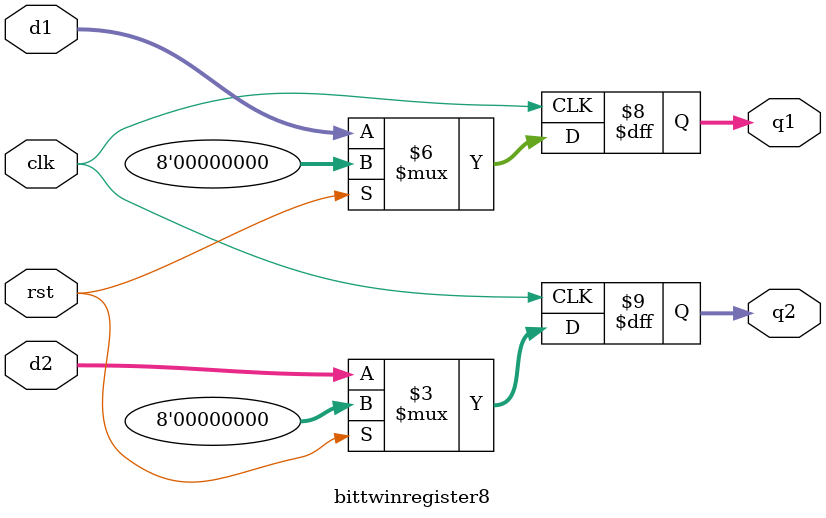
<source format=v>
`timescale 1ns / 1ps


module bittwinregister8(q1,q2,clk,rst,d1,d2);
input clk,rst;
input [7:0] d1;
input [7:0] d2;
output reg [7:0] q1;
output reg[7:0] q2;
always @(posedge clk)
if(rst)
begin
q1<=8'b00000000;q2<=8'b00000000;
end
else begin
q1<=d1;
q2<=d2; 
end

endmodule

</source>
